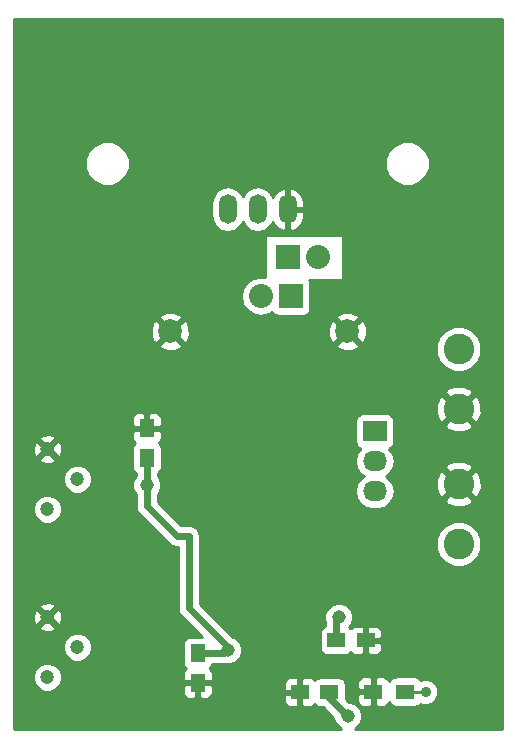
<source format=gbl>
G04 #@! TF.FileFunction,Copper,L2,Bot,Signal*
%FSLAX46Y46*%
G04 Gerber Fmt 4.6, Leading zero omitted, Abs format (unit mm)*
G04 Created by KiCad (PCBNEW (2015-01-29 BZR 5396)-product) date 2/26/2015 9:25:46 PM*
%MOMM*%
G01*
G04 APERTURE LIST*
%ADD10C,0.100000*%
%ADD11R,1.250000X1.500000*%
%ADD12R,1.500000X1.250000*%
%ADD13O,1.501140X2.499360*%
%ADD14C,1.998980*%
%ADD15R,1.500000X1.300000*%
%ADD16C,2.600000*%
%ADD17R,2.032000X1.727200*%
%ADD18O,2.032000X1.727200*%
%ADD19R,2.032000X2.032000*%
%ADD20O,2.032000X2.032000*%
%ADD21C,1.200000*%
%ADD22C,1.143000*%
%ADD23C,0.889000*%
%ADD24C,0.610000*%
%ADD25C,0.254000*%
G04 APERTURE END LIST*
D10*
D11*
X165608000Y-121940000D03*
X165608000Y-124440000D03*
X161290000Y-105390000D03*
X161290000Y-102890000D03*
D12*
X177324000Y-120842000D03*
X179824000Y-120842000D03*
X176764000Y-125222000D03*
X174264000Y-125222000D03*
D13*
X170688000Y-84328000D03*
X168148000Y-84328000D03*
X173228000Y-84328000D03*
D14*
X178280000Y-94680000D03*
X163280000Y-94680000D03*
D15*
X183184000Y-125172000D03*
X180484000Y-125172000D03*
D16*
X187698000Y-112680000D03*
X187698000Y-107600000D03*
X187698000Y-101250000D03*
X187698000Y-96170000D03*
D17*
X180594000Y-103124000D03*
D18*
X180594000Y-105664000D03*
X180594000Y-108204000D03*
D19*
X173482000Y-91694000D03*
D20*
X170942000Y-91694000D03*
D19*
X173228000Y-88392000D03*
D20*
X175768000Y-88392000D03*
D21*
X152882000Y-104646000D03*
X152882000Y-109726000D03*
X155422000Y-107186000D03*
X152882000Y-118870000D03*
X152882000Y-123950000D03*
X155422000Y-121410000D03*
D22*
X161290000Y-107696000D03*
X178308000Y-127254000D03*
X168148000Y-121666000D03*
X174752000Y-102870000D03*
X173990000Y-98552000D03*
X181356000Y-117094000D03*
X181356000Y-127000000D03*
X175006000Y-105410000D03*
X179324000Y-97282000D03*
X177546000Y-118872000D03*
D23*
X184912000Y-125222000D03*
D24*
X161290000Y-107696000D02*
X161290000Y-105390000D01*
X164846000Y-112014000D02*
X163830000Y-112014000D01*
X168148000Y-121412000D02*
X164846000Y-118110000D01*
X164846000Y-118110000D02*
X164846000Y-112014000D01*
X168148000Y-121666000D02*
X168148000Y-121412000D01*
X161290000Y-109474000D02*
X161290000Y-107696000D01*
X163830000Y-112014000D02*
X161290000Y-109474000D01*
X165608000Y-121940000D02*
X167874000Y-121940000D01*
X167874000Y-121940000D02*
X168148000Y-121666000D01*
X178308000Y-127254000D02*
X176764000Y-125710000D01*
X176764000Y-125710000D02*
X176764000Y-125222000D01*
X168148000Y-121666000D02*
X167874000Y-121940000D01*
X176784000Y-103632000D02*
X175006000Y-105410000D01*
X176784000Y-99822000D02*
X176784000Y-103632000D01*
X179324000Y-97282000D02*
X176784000Y-99822000D01*
X177324000Y-119094000D02*
X177324000Y-120842000D01*
X177546000Y-118872000D02*
X177324000Y-119094000D01*
D25*
X183184000Y-125172000D02*
X184862000Y-125172000D01*
X184862000Y-125172000D02*
X184912000Y-125222000D01*
G36*
X191339000Y-128315000D02*
X189642066Y-128315000D01*
X189642066Y-107936120D01*
X189642066Y-101586120D01*
X189633335Y-101238996D01*
X189633335Y-95786793D01*
X189339370Y-95075342D01*
X188795521Y-94530543D01*
X188084584Y-94235337D01*
X187314793Y-94234665D01*
X186603342Y-94528630D01*
X186058543Y-95072479D01*
X185763337Y-95783416D01*
X185762665Y-96553207D01*
X186056630Y-97264658D01*
X186600479Y-97809457D01*
X187311416Y-98104663D01*
X188081207Y-98105335D01*
X188792658Y-97811370D01*
X189337457Y-97267521D01*
X189632663Y-96556584D01*
X189633335Y-95786793D01*
X189633335Y-101238996D01*
X189622710Y-100816573D01*
X189365455Y-100195504D01*
X189067459Y-100060146D01*
X188887854Y-100239751D01*
X188887854Y-99880541D01*
X188752496Y-99582545D01*
X188034120Y-99305934D01*
X187264573Y-99325290D01*
X186643504Y-99582545D01*
X186508146Y-99880541D01*
X187698000Y-101070395D01*
X188887854Y-99880541D01*
X188887854Y-100239751D01*
X187877605Y-101250000D01*
X189067459Y-102439854D01*
X189365455Y-102304496D01*
X189642066Y-101586120D01*
X189642066Y-107936120D01*
X189622710Y-107166573D01*
X189365455Y-106545504D01*
X189067459Y-106410146D01*
X188887854Y-106589751D01*
X188887854Y-106230541D01*
X188887854Y-102619459D01*
X187698000Y-101429605D01*
X187518395Y-101609210D01*
X187518395Y-101250000D01*
X186328541Y-100060146D01*
X186030545Y-100195504D01*
X185753934Y-100913880D01*
X185773290Y-101683427D01*
X186030545Y-102304496D01*
X186328541Y-102439854D01*
X187518395Y-101250000D01*
X187518395Y-101609210D01*
X186508146Y-102619459D01*
X186643504Y-102917455D01*
X187361880Y-103194066D01*
X188131427Y-103174710D01*
X188752496Y-102917455D01*
X188887854Y-102619459D01*
X188887854Y-106230541D01*
X188752496Y-105932545D01*
X188034120Y-105655934D01*
X187264573Y-105675290D01*
X186643504Y-105932545D01*
X186508146Y-106230541D01*
X187698000Y-107420395D01*
X188887854Y-106230541D01*
X188887854Y-106589751D01*
X187877605Y-107600000D01*
X189067459Y-108789854D01*
X189365455Y-108654496D01*
X189642066Y-107936120D01*
X189642066Y-128315000D01*
X189633335Y-128315000D01*
X189633335Y-112296793D01*
X189339370Y-111585342D01*
X188887854Y-111133037D01*
X188887854Y-108969459D01*
X187698000Y-107779605D01*
X187518395Y-107959210D01*
X187518395Y-107600000D01*
X186328541Y-106410146D01*
X186030545Y-106545504D01*
X185753934Y-107263880D01*
X185773290Y-108033427D01*
X186030545Y-108654496D01*
X186328541Y-108789854D01*
X187518395Y-107600000D01*
X187518395Y-107959210D01*
X186508146Y-108969459D01*
X186643504Y-109267455D01*
X187361880Y-109544066D01*
X188131427Y-109524710D01*
X188752496Y-109267455D01*
X188887854Y-108969459D01*
X188887854Y-111133037D01*
X188795521Y-111040543D01*
X188084584Y-110745337D01*
X187314793Y-110744665D01*
X186603342Y-111038630D01*
X186058543Y-111582479D01*
X185763337Y-112293416D01*
X185762665Y-113063207D01*
X186056630Y-113774658D01*
X186600479Y-114319457D01*
X187311416Y-114614663D01*
X188081207Y-114615335D01*
X188792658Y-114321370D01*
X189337457Y-113777521D01*
X189632663Y-113066584D01*
X189633335Y-112296793D01*
X189633335Y-128315000D01*
X185991687Y-128315000D01*
X185991687Y-125008216D01*
X185827689Y-124611311D01*
X185524286Y-124307378D01*
X185245326Y-124191543D01*
X185245326Y-80090695D01*
X184958957Y-79397628D01*
X184429161Y-78866907D01*
X183736595Y-78579328D01*
X182986695Y-78578674D01*
X182293628Y-78865043D01*
X181762907Y-79394839D01*
X181475328Y-80087405D01*
X181474674Y-80837305D01*
X181761043Y-81530372D01*
X182290839Y-82061093D01*
X182983405Y-82348672D01*
X183733305Y-82349326D01*
X184426372Y-82062957D01*
X184957093Y-81533161D01*
X185244672Y-80840595D01*
X185245326Y-80090695D01*
X185245326Y-124191543D01*
X185127668Y-124142687D01*
X184698216Y-124142313D01*
X184498347Y-124224897D01*
X184394673Y-124067073D01*
X184183640Y-123924623D01*
X183934000Y-123874560D01*
X182434000Y-123874560D01*
X182277345Y-123904954D01*
X182277345Y-108204000D01*
X182163271Y-107630511D01*
X181838415Y-107144330D01*
X181523634Y-106934000D01*
X181838415Y-106723670D01*
X182163271Y-106237489D01*
X182277345Y-105664000D01*
X182163271Y-105090511D01*
X181838415Y-104604330D01*
X181822632Y-104593784D01*
X181852123Y-104588063D01*
X182064927Y-104448273D01*
X182207377Y-104237240D01*
X182257440Y-103987600D01*
X182257440Y-102260400D01*
X182210463Y-102018277D01*
X182070673Y-101805473D01*
X181859640Y-101663023D01*
X181610000Y-101612960D01*
X179925401Y-101612960D01*
X179925401Y-94944418D01*
X179901341Y-94294623D01*
X179698965Y-93806042D01*
X179432163Y-93707443D01*
X179252557Y-93887048D01*
X179252557Y-93527837D01*
X179153958Y-93261035D01*
X178544418Y-93034599D01*
X177927000Y-93057460D01*
X177927000Y-90297000D01*
X177927000Y-86487000D01*
X174613570Y-86487000D01*
X174613570Y-84954110D01*
X174613570Y-84455000D01*
X174613570Y-84201000D01*
X174613570Y-83701890D01*
X174459499Y-83181323D01*
X174117944Y-82759342D01*
X173640903Y-82500190D01*
X173569275Y-82486007D01*
X173355000Y-82608661D01*
X173355000Y-84201000D01*
X174613570Y-84201000D01*
X174613570Y-84455000D01*
X173355000Y-84455000D01*
X173355000Y-86047339D01*
X173569275Y-86169993D01*
X173640903Y-86155810D01*
X174117944Y-85896658D01*
X174459499Y-85474677D01*
X174613570Y-84954110D01*
X174613570Y-86487000D01*
X173101000Y-86487000D01*
X173101000Y-86047339D01*
X173101000Y-84455000D01*
X173081000Y-84455000D01*
X173081000Y-84201000D01*
X173101000Y-84201000D01*
X173101000Y-82608661D01*
X172886725Y-82486007D01*
X172815097Y-82500190D01*
X172338056Y-82759342D01*
X171996501Y-83181323D01*
X171969949Y-83271032D01*
X171968100Y-83261732D01*
X171667746Y-82812221D01*
X171218235Y-82511867D01*
X170688000Y-82406397D01*
X170157765Y-82511867D01*
X169708254Y-82812221D01*
X169418000Y-83246616D01*
X169127746Y-82812221D01*
X168678235Y-82511867D01*
X168148000Y-82406397D01*
X167617765Y-82511867D01*
X167168254Y-82812221D01*
X166867900Y-83261732D01*
X166762430Y-83791967D01*
X166762430Y-84864033D01*
X166867900Y-85394268D01*
X167168254Y-85843779D01*
X167617765Y-86144133D01*
X168148000Y-86249603D01*
X168678235Y-86144133D01*
X169127746Y-85843779D01*
X169418000Y-85409383D01*
X169708254Y-85843779D01*
X170157765Y-86144133D01*
X170688000Y-86249603D01*
X171218235Y-86144133D01*
X171667746Y-85843779D01*
X171968100Y-85394268D01*
X171969949Y-85384967D01*
X171996501Y-85474677D01*
X172338056Y-85896658D01*
X172815097Y-86155810D01*
X172886725Y-86169993D01*
X173101000Y-86047339D01*
X173101000Y-86487000D01*
X171323000Y-86487000D01*
X171323000Y-90112351D01*
X170974345Y-90043000D01*
X170909655Y-90043000D01*
X170277845Y-90168675D01*
X169742222Y-90526567D01*
X169384330Y-91062190D01*
X169258655Y-91694000D01*
X169384330Y-92325810D01*
X169742222Y-92861433D01*
X170277845Y-93219325D01*
X170909655Y-93345000D01*
X170974345Y-93345000D01*
X171606155Y-93219325D01*
X171908398Y-93017372D01*
X172005327Y-93164927D01*
X172216360Y-93307377D01*
X172466000Y-93357440D01*
X174498000Y-93357440D01*
X174740123Y-93310463D01*
X174952927Y-93170673D01*
X175095377Y-92959640D01*
X175145440Y-92710000D01*
X175145440Y-90678000D01*
X175098463Y-90435877D01*
X175007235Y-90297000D01*
X177927000Y-90297000D01*
X177927000Y-93057460D01*
X177894623Y-93058659D01*
X177406042Y-93261035D01*
X177307443Y-93527837D01*
X178280000Y-94500395D01*
X179252557Y-93527837D01*
X179252557Y-93887048D01*
X178459605Y-94680000D01*
X179432163Y-95652557D01*
X179698965Y-95553958D01*
X179925401Y-94944418D01*
X179925401Y-101612960D01*
X179578000Y-101612960D01*
X179335877Y-101659937D01*
X179252557Y-101714669D01*
X179252557Y-95832163D01*
X178280000Y-94859605D01*
X178100395Y-95039210D01*
X178100395Y-94680000D01*
X177127837Y-93707443D01*
X176861035Y-93806042D01*
X176634599Y-94415582D01*
X176658659Y-95065377D01*
X176861035Y-95553958D01*
X177127837Y-95652557D01*
X178100395Y-94680000D01*
X178100395Y-95039210D01*
X177307443Y-95832163D01*
X177406042Y-96098965D01*
X178015582Y-96325401D01*
X178665377Y-96301341D01*
X179153958Y-96098965D01*
X179252557Y-95832163D01*
X179252557Y-101714669D01*
X179123073Y-101799727D01*
X178980623Y-102010760D01*
X178930560Y-102260400D01*
X178930560Y-103987600D01*
X178977537Y-104229723D01*
X179117327Y-104442527D01*
X179328360Y-104584977D01*
X179366962Y-104592718D01*
X179349585Y-104604330D01*
X179024729Y-105090511D01*
X178910655Y-105664000D01*
X179024729Y-106237489D01*
X179349585Y-106723670D01*
X179664365Y-106934000D01*
X179349585Y-107144330D01*
X179024729Y-107630511D01*
X178910655Y-108204000D01*
X179024729Y-108777489D01*
X179349585Y-109263670D01*
X179835766Y-109588526D01*
X180409255Y-109702600D01*
X180778745Y-109702600D01*
X181352234Y-109588526D01*
X181838415Y-109263670D01*
X182163271Y-108777489D01*
X182277345Y-108204000D01*
X182277345Y-123904954D01*
X182191877Y-123921537D01*
X181979073Y-124061327D01*
X181836623Y-124272360D01*
X181830520Y-124302791D01*
X181772327Y-124162301D01*
X181593698Y-123983673D01*
X181360309Y-123887000D01*
X181209000Y-123887000D01*
X181209000Y-121593310D01*
X181209000Y-121340691D01*
X181209000Y-121127750D01*
X181209000Y-120556250D01*
X181209000Y-120343309D01*
X181209000Y-120090690D01*
X181112327Y-119857301D01*
X180933698Y-119678673D01*
X180700309Y-119582000D01*
X180109750Y-119582000D01*
X179951000Y-119740750D01*
X179951000Y-120715000D01*
X181050250Y-120715000D01*
X181209000Y-120556250D01*
X181209000Y-121127750D01*
X181050250Y-120969000D01*
X179951000Y-120969000D01*
X179951000Y-121943250D01*
X180109750Y-122102000D01*
X180700309Y-122102000D01*
X180933698Y-122005327D01*
X181112327Y-121826699D01*
X181209000Y-121593310D01*
X181209000Y-123887000D01*
X180769750Y-123887000D01*
X180611000Y-124045750D01*
X180611000Y-125045000D01*
X180631000Y-125045000D01*
X180631000Y-125299000D01*
X180611000Y-125299000D01*
X180611000Y-126298250D01*
X180769750Y-126457000D01*
X181360309Y-126457000D01*
X181593698Y-126360327D01*
X181772327Y-126181699D01*
X181829546Y-126043557D01*
X181833537Y-126064123D01*
X181973327Y-126276927D01*
X182184360Y-126419377D01*
X182434000Y-126469440D01*
X183934000Y-126469440D01*
X184176123Y-126422463D01*
X184388927Y-126282673D01*
X184446398Y-126197531D01*
X184696332Y-126301313D01*
X185125784Y-126301687D01*
X185522689Y-126137689D01*
X185826622Y-125834286D01*
X185991313Y-125437668D01*
X185991687Y-125008216D01*
X185991687Y-128315000D01*
X180357000Y-128315000D01*
X180357000Y-126298250D01*
X180357000Y-125299000D01*
X180357000Y-125045000D01*
X180357000Y-124045750D01*
X180198250Y-123887000D01*
X179697000Y-123887000D01*
X179697000Y-121943250D01*
X179697000Y-120969000D01*
X179677000Y-120969000D01*
X179677000Y-120715000D01*
X179697000Y-120715000D01*
X179697000Y-119740750D01*
X179538250Y-119582000D01*
X178947691Y-119582000D01*
X178714302Y-119678673D01*
X178572823Y-119820150D01*
X178534673Y-119762073D01*
X178431725Y-119692581D01*
X178568225Y-119556320D01*
X178752290Y-119113041D01*
X178752709Y-118633065D01*
X178569418Y-118189465D01*
X178230320Y-117849775D01*
X177787041Y-117665710D01*
X177307065Y-117665291D01*
X176863465Y-117848582D01*
X176523775Y-118187680D01*
X176339710Y-118630959D01*
X176339291Y-119110935D01*
X176384000Y-119219139D01*
X176384000Y-119606424D01*
X176331877Y-119616537D01*
X176119073Y-119756327D01*
X175976623Y-119967360D01*
X175926560Y-120217000D01*
X175926560Y-121467000D01*
X175973537Y-121709123D01*
X176113327Y-121921927D01*
X176324360Y-122064377D01*
X176574000Y-122114440D01*
X178074000Y-122114440D01*
X178316123Y-122067463D01*
X178528927Y-121927673D01*
X178572337Y-121863362D01*
X178714302Y-122005327D01*
X178947691Y-122102000D01*
X179538250Y-122102000D01*
X179697000Y-121943250D01*
X179697000Y-123887000D01*
X179607691Y-123887000D01*
X179374302Y-123983673D01*
X179195673Y-124162301D01*
X179099000Y-124395690D01*
X179099000Y-124648309D01*
X179099000Y-124886250D01*
X179257750Y-125045000D01*
X180357000Y-125045000D01*
X180357000Y-125299000D01*
X179257750Y-125299000D01*
X179099000Y-125457750D01*
X179099000Y-125695691D01*
X179099000Y-125948310D01*
X179195673Y-126181699D01*
X179374302Y-126360327D01*
X179607691Y-126457000D01*
X180198250Y-126457000D01*
X180357000Y-126298250D01*
X180357000Y-128315000D01*
X178899579Y-128315000D01*
X178990535Y-128277418D01*
X179330225Y-127938320D01*
X179514290Y-127495041D01*
X179514709Y-127015065D01*
X179331418Y-126571465D01*
X178992320Y-126231775D01*
X178549041Y-126047710D01*
X178430967Y-126047606D01*
X178161440Y-125778079D01*
X178161440Y-124597000D01*
X178114463Y-124354877D01*
X177974673Y-124142073D01*
X177763640Y-123999623D01*
X177514000Y-123949560D01*
X176014000Y-123949560D01*
X175771877Y-123996537D01*
X175559073Y-124136327D01*
X175515662Y-124200637D01*
X175373698Y-124058673D01*
X175140309Y-123962000D01*
X174549750Y-123962000D01*
X174391000Y-124120750D01*
X174391000Y-125095000D01*
X174411000Y-125095000D01*
X174411000Y-125349000D01*
X174391000Y-125349000D01*
X174391000Y-126323250D01*
X174549750Y-126482000D01*
X175140309Y-126482000D01*
X175373698Y-126385327D01*
X175515176Y-126243849D01*
X175553327Y-126301927D01*
X175764360Y-126444377D01*
X176014000Y-126494440D01*
X176219079Y-126494440D01*
X177101392Y-127376753D01*
X177101291Y-127492935D01*
X177284582Y-127936535D01*
X177623680Y-128276225D01*
X177717060Y-128315000D01*
X174137000Y-128315000D01*
X174137000Y-126323250D01*
X174137000Y-125349000D01*
X174137000Y-125095000D01*
X174137000Y-124120750D01*
X173978250Y-123962000D01*
X173387691Y-123962000D01*
X173154302Y-124058673D01*
X172975673Y-124237301D01*
X172879000Y-124470690D01*
X172879000Y-124723309D01*
X172879000Y-124936250D01*
X173037750Y-125095000D01*
X174137000Y-125095000D01*
X174137000Y-125349000D01*
X173037750Y-125349000D01*
X172879000Y-125507750D01*
X172879000Y-125720691D01*
X172879000Y-125973310D01*
X172975673Y-126206699D01*
X173154302Y-126385327D01*
X173387691Y-126482000D01*
X173978250Y-126482000D01*
X174137000Y-126323250D01*
X174137000Y-128315000D01*
X169354709Y-128315000D01*
X169354709Y-121427065D01*
X169171418Y-120983465D01*
X168832320Y-120643775D01*
X168621664Y-120556303D01*
X165786000Y-117720639D01*
X165786000Y-112014000D01*
X165714447Y-111654278D01*
X165510680Y-111349320D01*
X165205722Y-111145553D01*
X164925401Y-111089793D01*
X164925401Y-94944418D01*
X164901341Y-94294623D01*
X164698965Y-93806042D01*
X164432163Y-93707443D01*
X164252557Y-93887048D01*
X164252557Y-93527837D01*
X164153958Y-93261035D01*
X163544418Y-93034599D01*
X162894623Y-93058659D01*
X162406042Y-93261035D01*
X162307443Y-93527837D01*
X163280000Y-94500395D01*
X164252557Y-93527837D01*
X164252557Y-93887048D01*
X163459605Y-94680000D01*
X164432163Y-95652557D01*
X164698965Y-95553958D01*
X164925401Y-94944418D01*
X164925401Y-111089793D01*
X164846000Y-111074000D01*
X164252557Y-111074000D01*
X164252557Y-95832163D01*
X163280000Y-94859605D01*
X163100395Y-95039210D01*
X163100395Y-94680000D01*
X162127837Y-93707443D01*
X161861035Y-93806042D01*
X161634599Y-94415582D01*
X161658659Y-95065377D01*
X161861035Y-95553958D01*
X162127837Y-95652557D01*
X163100395Y-94680000D01*
X163100395Y-95039210D01*
X162307443Y-95832163D01*
X162406042Y-96098965D01*
X163015582Y-96325401D01*
X163665377Y-96301341D01*
X164153958Y-96098965D01*
X164252557Y-95832163D01*
X164252557Y-111074000D01*
X164219360Y-111074000D01*
X162230000Y-109084639D01*
X162230000Y-108462401D01*
X162312225Y-108380320D01*
X162496290Y-107937041D01*
X162496709Y-107457065D01*
X162313418Y-107013465D01*
X162230000Y-106929901D01*
X162230000Y-106692590D01*
X162369927Y-106600673D01*
X162512377Y-106389640D01*
X162562440Y-106140000D01*
X162562440Y-104640000D01*
X162515463Y-104397877D01*
X162375673Y-104185073D01*
X162311362Y-104141662D01*
X162453327Y-103999698D01*
X162550000Y-103766309D01*
X162550000Y-103175750D01*
X162550000Y-102604250D01*
X162550000Y-102013691D01*
X162453327Y-101780302D01*
X162274699Y-101601673D01*
X162041310Y-101505000D01*
X161788691Y-101505000D01*
X161575750Y-101505000D01*
X161417000Y-101663750D01*
X161417000Y-102763000D01*
X162391250Y-102763000D01*
X162550000Y-102604250D01*
X162550000Y-103175750D01*
X162391250Y-103017000D01*
X161417000Y-103017000D01*
X161417000Y-103037000D01*
X161163000Y-103037000D01*
X161163000Y-103017000D01*
X161163000Y-102763000D01*
X161163000Y-101663750D01*
X161004250Y-101505000D01*
X160791309Y-101505000D01*
X160538690Y-101505000D01*
X160305301Y-101601673D01*
X160126673Y-101780302D01*
X160030000Y-102013691D01*
X160030000Y-102604250D01*
X160188750Y-102763000D01*
X161163000Y-102763000D01*
X161163000Y-103017000D01*
X160188750Y-103017000D01*
X160030000Y-103175750D01*
X160030000Y-103766309D01*
X160126673Y-103999698D01*
X160268150Y-104141176D01*
X160210073Y-104179327D01*
X160067623Y-104390360D01*
X160017560Y-104640000D01*
X160017560Y-106140000D01*
X160064537Y-106382123D01*
X160204327Y-106594927D01*
X160350000Y-106693258D01*
X160350000Y-106929598D01*
X160267775Y-107011680D01*
X160083710Y-107454959D01*
X160083291Y-107934935D01*
X160266582Y-108378535D01*
X160350000Y-108462098D01*
X160350000Y-109474000D01*
X160409681Y-109774041D01*
X160421553Y-109833723D01*
X160625320Y-110138680D01*
X163165319Y-112678680D01*
X163165320Y-112678680D01*
X163369086Y-112814832D01*
X163470277Y-112882446D01*
X163470278Y-112882447D01*
X163830000Y-112954000D01*
X163906000Y-112954000D01*
X163906000Y-118110000D01*
X163965681Y-118410041D01*
X163977553Y-118469723D01*
X164181320Y-118774680D01*
X165949199Y-120542560D01*
X164983000Y-120542560D01*
X164740877Y-120589537D01*
X164528073Y-120729327D01*
X164385623Y-120940360D01*
X164335560Y-121190000D01*
X164335560Y-122690000D01*
X164382537Y-122932123D01*
X164522327Y-123144927D01*
X164586637Y-123188337D01*
X164444673Y-123330302D01*
X164348000Y-123563691D01*
X164348000Y-124154250D01*
X164506750Y-124313000D01*
X165481000Y-124313000D01*
X165481000Y-124293000D01*
X165735000Y-124293000D01*
X165735000Y-124313000D01*
X166709250Y-124313000D01*
X166868000Y-124154250D01*
X166868000Y-123563691D01*
X166771327Y-123330302D01*
X166629849Y-123188823D01*
X166687927Y-123150673D01*
X166830377Y-122939640D01*
X166842337Y-122880000D01*
X167874000Y-122880000D01*
X167874000Y-122879999D01*
X167912731Y-122872295D01*
X167912735Y-122872295D01*
X168386935Y-122872709D01*
X168830535Y-122689418D01*
X169170225Y-122350320D01*
X169354290Y-121907041D01*
X169354709Y-121427065D01*
X169354709Y-128315000D01*
X166868000Y-128315000D01*
X166868000Y-125316309D01*
X166868000Y-124725750D01*
X166709250Y-124567000D01*
X165735000Y-124567000D01*
X165735000Y-125666250D01*
X165893750Y-125825000D01*
X166106691Y-125825000D01*
X166359310Y-125825000D01*
X166592699Y-125728327D01*
X166771327Y-125549698D01*
X166868000Y-125316309D01*
X166868000Y-128315000D01*
X165481000Y-128315000D01*
X165481000Y-125666250D01*
X165481000Y-124567000D01*
X164506750Y-124567000D01*
X164348000Y-124725750D01*
X164348000Y-125316309D01*
X164444673Y-125549698D01*
X164623301Y-125728327D01*
X164856690Y-125825000D01*
X165109309Y-125825000D01*
X165322250Y-125825000D01*
X165481000Y-125666250D01*
X165481000Y-128315000D01*
X159845326Y-128315000D01*
X159845326Y-80090695D01*
X159558957Y-79397628D01*
X159029161Y-78866907D01*
X158336595Y-78579328D01*
X157586695Y-78578674D01*
X156893628Y-78865043D01*
X156362907Y-79394839D01*
X156075328Y-80087405D01*
X156074674Y-80837305D01*
X156361043Y-81530372D01*
X156890839Y-82061093D01*
X157583405Y-82348672D01*
X158333305Y-82349326D01*
X159026372Y-82062957D01*
X159557093Y-81533161D01*
X159844672Y-80840595D01*
X159845326Y-80090695D01*
X159845326Y-128315000D01*
X156657214Y-128315000D01*
X156657214Y-121165421D01*
X156657214Y-106941421D01*
X156469592Y-106487343D01*
X156122485Y-106139629D01*
X155668734Y-105951215D01*
X155177421Y-105950786D01*
X154723343Y-106138408D01*
X154375629Y-106485515D01*
X154187215Y-106939266D01*
X154186786Y-107430579D01*
X154374408Y-107884657D01*
X154721515Y-108232371D01*
X155175266Y-108420785D01*
X155666579Y-108421214D01*
X156120657Y-108233592D01*
X156468371Y-107886485D01*
X156656785Y-107432734D01*
X156657214Y-106941421D01*
X156657214Y-121165421D01*
X156469592Y-120711343D01*
X156122485Y-120363629D01*
X155668734Y-120175215D01*
X155177421Y-120174786D01*
X154723343Y-120362408D01*
X154375629Y-120709515D01*
X154187215Y-121163266D01*
X154186786Y-121654579D01*
X154374408Y-122108657D01*
X154721515Y-122456371D01*
X155175266Y-122644785D01*
X155666579Y-122645214D01*
X156120657Y-122457592D01*
X156468371Y-122110485D01*
X156656785Y-121656734D01*
X156657214Y-121165421D01*
X156657214Y-128315000D01*
X154129807Y-128315000D01*
X154129807Y-119038964D01*
X154129807Y-104814964D01*
X154099482Y-104324587D01*
X153970164Y-104012383D01*
X153744735Y-103962870D01*
X153565130Y-104142475D01*
X153565130Y-103783265D01*
X153515617Y-103557836D01*
X153050964Y-103398193D01*
X152560587Y-103428518D01*
X152248383Y-103557836D01*
X152198870Y-103783265D01*
X152882000Y-104466395D01*
X153565130Y-103783265D01*
X153565130Y-104142475D01*
X153061605Y-104646000D01*
X153744735Y-105329130D01*
X153970164Y-105279617D01*
X154129807Y-104814964D01*
X154129807Y-119038964D01*
X154117214Y-118835326D01*
X154117214Y-109481421D01*
X153929592Y-109027343D01*
X153582485Y-108679629D01*
X153565130Y-108672422D01*
X153565130Y-105508735D01*
X152882000Y-104825605D01*
X152702395Y-105005210D01*
X152702395Y-104646000D01*
X152019265Y-103962870D01*
X151793836Y-104012383D01*
X151634193Y-104477036D01*
X151664518Y-104967413D01*
X151793836Y-105279617D01*
X152019265Y-105329130D01*
X152702395Y-104646000D01*
X152702395Y-105005210D01*
X152198870Y-105508735D01*
X152248383Y-105734164D01*
X152713036Y-105893807D01*
X153203413Y-105863482D01*
X153515617Y-105734164D01*
X153565130Y-105508735D01*
X153565130Y-108672422D01*
X153128734Y-108491215D01*
X152637421Y-108490786D01*
X152183343Y-108678408D01*
X151835629Y-109025515D01*
X151647215Y-109479266D01*
X151646786Y-109970579D01*
X151834408Y-110424657D01*
X152181515Y-110772371D01*
X152635266Y-110960785D01*
X153126579Y-110961214D01*
X153580657Y-110773592D01*
X153928371Y-110426485D01*
X154116785Y-109972734D01*
X154117214Y-109481421D01*
X154117214Y-118835326D01*
X154099482Y-118548587D01*
X153970164Y-118236383D01*
X153744735Y-118186870D01*
X153565130Y-118366475D01*
X153565130Y-118007265D01*
X153515617Y-117781836D01*
X153050964Y-117622193D01*
X152560587Y-117652518D01*
X152248383Y-117781836D01*
X152198870Y-118007265D01*
X152882000Y-118690395D01*
X153565130Y-118007265D01*
X153565130Y-118366475D01*
X153061605Y-118870000D01*
X153744735Y-119553130D01*
X153970164Y-119503617D01*
X154129807Y-119038964D01*
X154129807Y-128315000D01*
X154117214Y-128315000D01*
X154117214Y-123705421D01*
X153929592Y-123251343D01*
X153582485Y-122903629D01*
X153565130Y-122896422D01*
X153565130Y-119732735D01*
X152882000Y-119049605D01*
X152702395Y-119229210D01*
X152702395Y-118870000D01*
X152019265Y-118186870D01*
X151793836Y-118236383D01*
X151634193Y-118701036D01*
X151664518Y-119191413D01*
X151793836Y-119503617D01*
X152019265Y-119553130D01*
X152702395Y-118870000D01*
X152702395Y-119229210D01*
X152198870Y-119732735D01*
X152248383Y-119958164D01*
X152713036Y-120117807D01*
X153203413Y-120087482D01*
X153515617Y-119958164D01*
X153565130Y-119732735D01*
X153565130Y-122896422D01*
X153128734Y-122715215D01*
X152637421Y-122714786D01*
X152183343Y-122902408D01*
X151835629Y-123249515D01*
X151647215Y-123703266D01*
X151646786Y-124194579D01*
X151834408Y-124648657D01*
X152181515Y-124996371D01*
X152635266Y-125184785D01*
X153126579Y-125185214D01*
X153580657Y-124997592D01*
X153928371Y-124650485D01*
X154116785Y-124196734D01*
X154117214Y-123705421D01*
X154117214Y-128315000D01*
X150037000Y-128315000D01*
X150037000Y-68249000D01*
X191339000Y-68249000D01*
X191339000Y-128315000D01*
X191339000Y-128315000D01*
G37*
X191339000Y-128315000D02*
X189642066Y-128315000D01*
X189642066Y-107936120D01*
X189642066Y-101586120D01*
X189633335Y-101238996D01*
X189633335Y-95786793D01*
X189339370Y-95075342D01*
X188795521Y-94530543D01*
X188084584Y-94235337D01*
X187314793Y-94234665D01*
X186603342Y-94528630D01*
X186058543Y-95072479D01*
X185763337Y-95783416D01*
X185762665Y-96553207D01*
X186056630Y-97264658D01*
X186600479Y-97809457D01*
X187311416Y-98104663D01*
X188081207Y-98105335D01*
X188792658Y-97811370D01*
X189337457Y-97267521D01*
X189632663Y-96556584D01*
X189633335Y-95786793D01*
X189633335Y-101238996D01*
X189622710Y-100816573D01*
X189365455Y-100195504D01*
X189067459Y-100060146D01*
X188887854Y-100239751D01*
X188887854Y-99880541D01*
X188752496Y-99582545D01*
X188034120Y-99305934D01*
X187264573Y-99325290D01*
X186643504Y-99582545D01*
X186508146Y-99880541D01*
X187698000Y-101070395D01*
X188887854Y-99880541D01*
X188887854Y-100239751D01*
X187877605Y-101250000D01*
X189067459Y-102439854D01*
X189365455Y-102304496D01*
X189642066Y-101586120D01*
X189642066Y-107936120D01*
X189622710Y-107166573D01*
X189365455Y-106545504D01*
X189067459Y-106410146D01*
X188887854Y-106589751D01*
X188887854Y-106230541D01*
X188887854Y-102619459D01*
X187698000Y-101429605D01*
X187518395Y-101609210D01*
X187518395Y-101250000D01*
X186328541Y-100060146D01*
X186030545Y-100195504D01*
X185753934Y-100913880D01*
X185773290Y-101683427D01*
X186030545Y-102304496D01*
X186328541Y-102439854D01*
X187518395Y-101250000D01*
X187518395Y-101609210D01*
X186508146Y-102619459D01*
X186643504Y-102917455D01*
X187361880Y-103194066D01*
X188131427Y-103174710D01*
X188752496Y-102917455D01*
X188887854Y-102619459D01*
X188887854Y-106230541D01*
X188752496Y-105932545D01*
X188034120Y-105655934D01*
X187264573Y-105675290D01*
X186643504Y-105932545D01*
X186508146Y-106230541D01*
X187698000Y-107420395D01*
X188887854Y-106230541D01*
X188887854Y-106589751D01*
X187877605Y-107600000D01*
X189067459Y-108789854D01*
X189365455Y-108654496D01*
X189642066Y-107936120D01*
X189642066Y-128315000D01*
X189633335Y-128315000D01*
X189633335Y-112296793D01*
X189339370Y-111585342D01*
X188887854Y-111133037D01*
X188887854Y-108969459D01*
X187698000Y-107779605D01*
X187518395Y-107959210D01*
X187518395Y-107600000D01*
X186328541Y-106410146D01*
X186030545Y-106545504D01*
X185753934Y-107263880D01*
X185773290Y-108033427D01*
X186030545Y-108654496D01*
X186328541Y-108789854D01*
X187518395Y-107600000D01*
X187518395Y-107959210D01*
X186508146Y-108969459D01*
X186643504Y-109267455D01*
X187361880Y-109544066D01*
X188131427Y-109524710D01*
X188752496Y-109267455D01*
X188887854Y-108969459D01*
X188887854Y-111133037D01*
X188795521Y-111040543D01*
X188084584Y-110745337D01*
X187314793Y-110744665D01*
X186603342Y-111038630D01*
X186058543Y-111582479D01*
X185763337Y-112293416D01*
X185762665Y-113063207D01*
X186056630Y-113774658D01*
X186600479Y-114319457D01*
X187311416Y-114614663D01*
X188081207Y-114615335D01*
X188792658Y-114321370D01*
X189337457Y-113777521D01*
X189632663Y-113066584D01*
X189633335Y-112296793D01*
X189633335Y-128315000D01*
X185991687Y-128315000D01*
X185991687Y-125008216D01*
X185827689Y-124611311D01*
X185524286Y-124307378D01*
X185245326Y-124191543D01*
X185245326Y-80090695D01*
X184958957Y-79397628D01*
X184429161Y-78866907D01*
X183736595Y-78579328D01*
X182986695Y-78578674D01*
X182293628Y-78865043D01*
X181762907Y-79394839D01*
X181475328Y-80087405D01*
X181474674Y-80837305D01*
X181761043Y-81530372D01*
X182290839Y-82061093D01*
X182983405Y-82348672D01*
X183733305Y-82349326D01*
X184426372Y-82062957D01*
X184957093Y-81533161D01*
X185244672Y-80840595D01*
X185245326Y-80090695D01*
X185245326Y-124191543D01*
X185127668Y-124142687D01*
X184698216Y-124142313D01*
X184498347Y-124224897D01*
X184394673Y-124067073D01*
X184183640Y-123924623D01*
X183934000Y-123874560D01*
X182434000Y-123874560D01*
X182277345Y-123904954D01*
X182277345Y-108204000D01*
X182163271Y-107630511D01*
X181838415Y-107144330D01*
X181523634Y-106934000D01*
X181838415Y-106723670D01*
X182163271Y-106237489D01*
X182277345Y-105664000D01*
X182163271Y-105090511D01*
X181838415Y-104604330D01*
X181822632Y-104593784D01*
X181852123Y-104588063D01*
X182064927Y-104448273D01*
X182207377Y-104237240D01*
X182257440Y-103987600D01*
X182257440Y-102260400D01*
X182210463Y-102018277D01*
X182070673Y-101805473D01*
X181859640Y-101663023D01*
X181610000Y-101612960D01*
X179925401Y-101612960D01*
X179925401Y-94944418D01*
X179901341Y-94294623D01*
X179698965Y-93806042D01*
X179432163Y-93707443D01*
X179252557Y-93887048D01*
X179252557Y-93527837D01*
X179153958Y-93261035D01*
X178544418Y-93034599D01*
X177927000Y-93057460D01*
X177927000Y-90297000D01*
X177927000Y-86487000D01*
X174613570Y-86487000D01*
X174613570Y-84954110D01*
X174613570Y-84455000D01*
X174613570Y-84201000D01*
X174613570Y-83701890D01*
X174459499Y-83181323D01*
X174117944Y-82759342D01*
X173640903Y-82500190D01*
X173569275Y-82486007D01*
X173355000Y-82608661D01*
X173355000Y-84201000D01*
X174613570Y-84201000D01*
X174613570Y-84455000D01*
X173355000Y-84455000D01*
X173355000Y-86047339D01*
X173569275Y-86169993D01*
X173640903Y-86155810D01*
X174117944Y-85896658D01*
X174459499Y-85474677D01*
X174613570Y-84954110D01*
X174613570Y-86487000D01*
X173101000Y-86487000D01*
X173101000Y-86047339D01*
X173101000Y-84455000D01*
X173081000Y-84455000D01*
X173081000Y-84201000D01*
X173101000Y-84201000D01*
X173101000Y-82608661D01*
X172886725Y-82486007D01*
X172815097Y-82500190D01*
X172338056Y-82759342D01*
X171996501Y-83181323D01*
X171969949Y-83271032D01*
X171968100Y-83261732D01*
X171667746Y-82812221D01*
X171218235Y-82511867D01*
X170688000Y-82406397D01*
X170157765Y-82511867D01*
X169708254Y-82812221D01*
X169418000Y-83246616D01*
X169127746Y-82812221D01*
X168678235Y-82511867D01*
X168148000Y-82406397D01*
X167617765Y-82511867D01*
X167168254Y-82812221D01*
X166867900Y-83261732D01*
X166762430Y-83791967D01*
X166762430Y-84864033D01*
X166867900Y-85394268D01*
X167168254Y-85843779D01*
X167617765Y-86144133D01*
X168148000Y-86249603D01*
X168678235Y-86144133D01*
X169127746Y-85843779D01*
X169418000Y-85409383D01*
X169708254Y-85843779D01*
X170157765Y-86144133D01*
X170688000Y-86249603D01*
X171218235Y-86144133D01*
X171667746Y-85843779D01*
X171968100Y-85394268D01*
X171969949Y-85384967D01*
X171996501Y-85474677D01*
X172338056Y-85896658D01*
X172815097Y-86155810D01*
X172886725Y-86169993D01*
X173101000Y-86047339D01*
X173101000Y-86487000D01*
X171323000Y-86487000D01*
X171323000Y-90112351D01*
X170974345Y-90043000D01*
X170909655Y-90043000D01*
X170277845Y-90168675D01*
X169742222Y-90526567D01*
X169384330Y-91062190D01*
X169258655Y-91694000D01*
X169384330Y-92325810D01*
X169742222Y-92861433D01*
X170277845Y-93219325D01*
X170909655Y-93345000D01*
X170974345Y-93345000D01*
X171606155Y-93219325D01*
X171908398Y-93017372D01*
X172005327Y-93164927D01*
X172216360Y-93307377D01*
X172466000Y-93357440D01*
X174498000Y-93357440D01*
X174740123Y-93310463D01*
X174952927Y-93170673D01*
X175095377Y-92959640D01*
X175145440Y-92710000D01*
X175145440Y-90678000D01*
X175098463Y-90435877D01*
X175007235Y-90297000D01*
X177927000Y-90297000D01*
X177927000Y-93057460D01*
X177894623Y-93058659D01*
X177406042Y-93261035D01*
X177307443Y-93527837D01*
X178280000Y-94500395D01*
X179252557Y-93527837D01*
X179252557Y-93887048D01*
X178459605Y-94680000D01*
X179432163Y-95652557D01*
X179698965Y-95553958D01*
X179925401Y-94944418D01*
X179925401Y-101612960D01*
X179578000Y-101612960D01*
X179335877Y-101659937D01*
X179252557Y-101714669D01*
X179252557Y-95832163D01*
X178280000Y-94859605D01*
X178100395Y-95039210D01*
X178100395Y-94680000D01*
X177127837Y-93707443D01*
X176861035Y-93806042D01*
X176634599Y-94415582D01*
X176658659Y-95065377D01*
X176861035Y-95553958D01*
X177127837Y-95652557D01*
X178100395Y-94680000D01*
X178100395Y-95039210D01*
X177307443Y-95832163D01*
X177406042Y-96098965D01*
X178015582Y-96325401D01*
X178665377Y-96301341D01*
X179153958Y-96098965D01*
X179252557Y-95832163D01*
X179252557Y-101714669D01*
X179123073Y-101799727D01*
X178980623Y-102010760D01*
X178930560Y-102260400D01*
X178930560Y-103987600D01*
X178977537Y-104229723D01*
X179117327Y-104442527D01*
X179328360Y-104584977D01*
X179366962Y-104592718D01*
X179349585Y-104604330D01*
X179024729Y-105090511D01*
X178910655Y-105664000D01*
X179024729Y-106237489D01*
X179349585Y-106723670D01*
X179664365Y-106934000D01*
X179349585Y-107144330D01*
X179024729Y-107630511D01*
X178910655Y-108204000D01*
X179024729Y-108777489D01*
X179349585Y-109263670D01*
X179835766Y-109588526D01*
X180409255Y-109702600D01*
X180778745Y-109702600D01*
X181352234Y-109588526D01*
X181838415Y-109263670D01*
X182163271Y-108777489D01*
X182277345Y-108204000D01*
X182277345Y-123904954D01*
X182191877Y-123921537D01*
X181979073Y-124061327D01*
X181836623Y-124272360D01*
X181830520Y-124302791D01*
X181772327Y-124162301D01*
X181593698Y-123983673D01*
X181360309Y-123887000D01*
X181209000Y-123887000D01*
X181209000Y-121593310D01*
X181209000Y-121340691D01*
X181209000Y-121127750D01*
X181209000Y-120556250D01*
X181209000Y-120343309D01*
X181209000Y-120090690D01*
X181112327Y-119857301D01*
X180933698Y-119678673D01*
X180700309Y-119582000D01*
X180109750Y-119582000D01*
X179951000Y-119740750D01*
X179951000Y-120715000D01*
X181050250Y-120715000D01*
X181209000Y-120556250D01*
X181209000Y-121127750D01*
X181050250Y-120969000D01*
X179951000Y-120969000D01*
X179951000Y-121943250D01*
X180109750Y-122102000D01*
X180700309Y-122102000D01*
X180933698Y-122005327D01*
X181112327Y-121826699D01*
X181209000Y-121593310D01*
X181209000Y-123887000D01*
X180769750Y-123887000D01*
X180611000Y-124045750D01*
X180611000Y-125045000D01*
X180631000Y-125045000D01*
X180631000Y-125299000D01*
X180611000Y-125299000D01*
X180611000Y-126298250D01*
X180769750Y-126457000D01*
X181360309Y-126457000D01*
X181593698Y-126360327D01*
X181772327Y-126181699D01*
X181829546Y-126043557D01*
X181833537Y-126064123D01*
X181973327Y-126276927D01*
X182184360Y-126419377D01*
X182434000Y-126469440D01*
X183934000Y-126469440D01*
X184176123Y-126422463D01*
X184388927Y-126282673D01*
X184446398Y-126197531D01*
X184696332Y-126301313D01*
X185125784Y-126301687D01*
X185522689Y-126137689D01*
X185826622Y-125834286D01*
X185991313Y-125437668D01*
X185991687Y-125008216D01*
X185991687Y-128315000D01*
X180357000Y-128315000D01*
X180357000Y-126298250D01*
X180357000Y-125299000D01*
X180357000Y-125045000D01*
X180357000Y-124045750D01*
X180198250Y-123887000D01*
X179697000Y-123887000D01*
X179697000Y-121943250D01*
X179697000Y-120969000D01*
X179677000Y-120969000D01*
X179677000Y-120715000D01*
X179697000Y-120715000D01*
X179697000Y-119740750D01*
X179538250Y-119582000D01*
X178947691Y-119582000D01*
X178714302Y-119678673D01*
X178572823Y-119820150D01*
X178534673Y-119762073D01*
X178431725Y-119692581D01*
X178568225Y-119556320D01*
X178752290Y-119113041D01*
X178752709Y-118633065D01*
X178569418Y-118189465D01*
X178230320Y-117849775D01*
X177787041Y-117665710D01*
X177307065Y-117665291D01*
X176863465Y-117848582D01*
X176523775Y-118187680D01*
X176339710Y-118630959D01*
X176339291Y-119110935D01*
X176384000Y-119219139D01*
X176384000Y-119606424D01*
X176331877Y-119616537D01*
X176119073Y-119756327D01*
X175976623Y-119967360D01*
X175926560Y-120217000D01*
X175926560Y-121467000D01*
X175973537Y-121709123D01*
X176113327Y-121921927D01*
X176324360Y-122064377D01*
X176574000Y-122114440D01*
X178074000Y-122114440D01*
X178316123Y-122067463D01*
X178528927Y-121927673D01*
X178572337Y-121863362D01*
X178714302Y-122005327D01*
X178947691Y-122102000D01*
X179538250Y-122102000D01*
X179697000Y-121943250D01*
X179697000Y-123887000D01*
X179607691Y-123887000D01*
X179374302Y-123983673D01*
X179195673Y-124162301D01*
X179099000Y-124395690D01*
X179099000Y-124648309D01*
X179099000Y-124886250D01*
X179257750Y-125045000D01*
X180357000Y-125045000D01*
X180357000Y-125299000D01*
X179257750Y-125299000D01*
X179099000Y-125457750D01*
X179099000Y-125695691D01*
X179099000Y-125948310D01*
X179195673Y-126181699D01*
X179374302Y-126360327D01*
X179607691Y-126457000D01*
X180198250Y-126457000D01*
X180357000Y-126298250D01*
X180357000Y-128315000D01*
X178899579Y-128315000D01*
X178990535Y-128277418D01*
X179330225Y-127938320D01*
X179514290Y-127495041D01*
X179514709Y-127015065D01*
X179331418Y-126571465D01*
X178992320Y-126231775D01*
X178549041Y-126047710D01*
X178430967Y-126047606D01*
X178161440Y-125778079D01*
X178161440Y-124597000D01*
X178114463Y-124354877D01*
X177974673Y-124142073D01*
X177763640Y-123999623D01*
X177514000Y-123949560D01*
X176014000Y-123949560D01*
X175771877Y-123996537D01*
X175559073Y-124136327D01*
X175515662Y-124200637D01*
X175373698Y-124058673D01*
X175140309Y-123962000D01*
X174549750Y-123962000D01*
X174391000Y-124120750D01*
X174391000Y-125095000D01*
X174411000Y-125095000D01*
X174411000Y-125349000D01*
X174391000Y-125349000D01*
X174391000Y-126323250D01*
X174549750Y-126482000D01*
X175140309Y-126482000D01*
X175373698Y-126385327D01*
X175515176Y-126243849D01*
X175553327Y-126301927D01*
X175764360Y-126444377D01*
X176014000Y-126494440D01*
X176219079Y-126494440D01*
X177101392Y-127376753D01*
X177101291Y-127492935D01*
X177284582Y-127936535D01*
X177623680Y-128276225D01*
X177717060Y-128315000D01*
X174137000Y-128315000D01*
X174137000Y-126323250D01*
X174137000Y-125349000D01*
X174137000Y-125095000D01*
X174137000Y-124120750D01*
X173978250Y-123962000D01*
X173387691Y-123962000D01*
X173154302Y-124058673D01*
X172975673Y-124237301D01*
X172879000Y-124470690D01*
X172879000Y-124723309D01*
X172879000Y-124936250D01*
X173037750Y-125095000D01*
X174137000Y-125095000D01*
X174137000Y-125349000D01*
X173037750Y-125349000D01*
X172879000Y-125507750D01*
X172879000Y-125720691D01*
X172879000Y-125973310D01*
X172975673Y-126206699D01*
X173154302Y-126385327D01*
X173387691Y-126482000D01*
X173978250Y-126482000D01*
X174137000Y-126323250D01*
X174137000Y-128315000D01*
X169354709Y-128315000D01*
X169354709Y-121427065D01*
X169171418Y-120983465D01*
X168832320Y-120643775D01*
X168621664Y-120556303D01*
X165786000Y-117720639D01*
X165786000Y-112014000D01*
X165714447Y-111654278D01*
X165510680Y-111349320D01*
X165205722Y-111145553D01*
X164925401Y-111089793D01*
X164925401Y-94944418D01*
X164901341Y-94294623D01*
X164698965Y-93806042D01*
X164432163Y-93707443D01*
X164252557Y-93887048D01*
X164252557Y-93527837D01*
X164153958Y-93261035D01*
X163544418Y-93034599D01*
X162894623Y-93058659D01*
X162406042Y-93261035D01*
X162307443Y-93527837D01*
X163280000Y-94500395D01*
X164252557Y-93527837D01*
X164252557Y-93887048D01*
X163459605Y-94680000D01*
X164432163Y-95652557D01*
X164698965Y-95553958D01*
X164925401Y-94944418D01*
X164925401Y-111089793D01*
X164846000Y-111074000D01*
X164252557Y-111074000D01*
X164252557Y-95832163D01*
X163280000Y-94859605D01*
X163100395Y-95039210D01*
X163100395Y-94680000D01*
X162127837Y-93707443D01*
X161861035Y-93806042D01*
X161634599Y-94415582D01*
X161658659Y-95065377D01*
X161861035Y-95553958D01*
X162127837Y-95652557D01*
X163100395Y-94680000D01*
X163100395Y-95039210D01*
X162307443Y-95832163D01*
X162406042Y-96098965D01*
X163015582Y-96325401D01*
X163665377Y-96301341D01*
X164153958Y-96098965D01*
X164252557Y-95832163D01*
X164252557Y-111074000D01*
X164219360Y-111074000D01*
X162230000Y-109084639D01*
X162230000Y-108462401D01*
X162312225Y-108380320D01*
X162496290Y-107937041D01*
X162496709Y-107457065D01*
X162313418Y-107013465D01*
X162230000Y-106929901D01*
X162230000Y-106692590D01*
X162369927Y-106600673D01*
X162512377Y-106389640D01*
X162562440Y-106140000D01*
X162562440Y-104640000D01*
X162515463Y-104397877D01*
X162375673Y-104185073D01*
X162311362Y-104141662D01*
X162453327Y-103999698D01*
X162550000Y-103766309D01*
X162550000Y-103175750D01*
X162550000Y-102604250D01*
X162550000Y-102013691D01*
X162453327Y-101780302D01*
X162274699Y-101601673D01*
X162041310Y-101505000D01*
X161788691Y-101505000D01*
X161575750Y-101505000D01*
X161417000Y-101663750D01*
X161417000Y-102763000D01*
X162391250Y-102763000D01*
X162550000Y-102604250D01*
X162550000Y-103175750D01*
X162391250Y-103017000D01*
X161417000Y-103017000D01*
X161417000Y-103037000D01*
X161163000Y-103037000D01*
X161163000Y-103017000D01*
X161163000Y-102763000D01*
X161163000Y-101663750D01*
X161004250Y-101505000D01*
X160791309Y-101505000D01*
X160538690Y-101505000D01*
X160305301Y-101601673D01*
X160126673Y-101780302D01*
X160030000Y-102013691D01*
X160030000Y-102604250D01*
X160188750Y-102763000D01*
X161163000Y-102763000D01*
X161163000Y-103017000D01*
X160188750Y-103017000D01*
X160030000Y-103175750D01*
X160030000Y-103766309D01*
X160126673Y-103999698D01*
X160268150Y-104141176D01*
X160210073Y-104179327D01*
X160067623Y-104390360D01*
X160017560Y-104640000D01*
X160017560Y-106140000D01*
X160064537Y-106382123D01*
X160204327Y-106594927D01*
X160350000Y-106693258D01*
X160350000Y-106929598D01*
X160267775Y-107011680D01*
X160083710Y-107454959D01*
X160083291Y-107934935D01*
X160266582Y-108378535D01*
X160350000Y-108462098D01*
X160350000Y-109474000D01*
X160409681Y-109774041D01*
X160421553Y-109833723D01*
X160625320Y-110138680D01*
X163165319Y-112678680D01*
X163165320Y-112678680D01*
X163369086Y-112814832D01*
X163470277Y-112882446D01*
X163470278Y-112882447D01*
X163830000Y-112954000D01*
X163906000Y-112954000D01*
X163906000Y-118110000D01*
X163965681Y-118410041D01*
X163977553Y-118469723D01*
X164181320Y-118774680D01*
X165949199Y-120542560D01*
X164983000Y-120542560D01*
X164740877Y-120589537D01*
X164528073Y-120729327D01*
X164385623Y-120940360D01*
X164335560Y-121190000D01*
X164335560Y-122690000D01*
X164382537Y-122932123D01*
X164522327Y-123144927D01*
X164586637Y-123188337D01*
X164444673Y-123330302D01*
X164348000Y-123563691D01*
X164348000Y-124154250D01*
X164506750Y-124313000D01*
X165481000Y-124313000D01*
X165481000Y-124293000D01*
X165735000Y-124293000D01*
X165735000Y-124313000D01*
X166709250Y-124313000D01*
X166868000Y-124154250D01*
X166868000Y-123563691D01*
X166771327Y-123330302D01*
X166629849Y-123188823D01*
X166687927Y-123150673D01*
X166830377Y-122939640D01*
X166842337Y-122880000D01*
X167874000Y-122880000D01*
X167874000Y-122879999D01*
X167912731Y-122872295D01*
X167912735Y-122872295D01*
X168386935Y-122872709D01*
X168830535Y-122689418D01*
X169170225Y-122350320D01*
X169354290Y-121907041D01*
X169354709Y-121427065D01*
X169354709Y-128315000D01*
X166868000Y-128315000D01*
X166868000Y-125316309D01*
X166868000Y-124725750D01*
X166709250Y-124567000D01*
X165735000Y-124567000D01*
X165735000Y-125666250D01*
X165893750Y-125825000D01*
X166106691Y-125825000D01*
X166359310Y-125825000D01*
X166592699Y-125728327D01*
X166771327Y-125549698D01*
X166868000Y-125316309D01*
X166868000Y-128315000D01*
X165481000Y-128315000D01*
X165481000Y-125666250D01*
X165481000Y-124567000D01*
X164506750Y-124567000D01*
X164348000Y-124725750D01*
X164348000Y-125316309D01*
X164444673Y-125549698D01*
X164623301Y-125728327D01*
X164856690Y-125825000D01*
X165109309Y-125825000D01*
X165322250Y-125825000D01*
X165481000Y-125666250D01*
X165481000Y-128315000D01*
X159845326Y-128315000D01*
X159845326Y-80090695D01*
X159558957Y-79397628D01*
X159029161Y-78866907D01*
X158336595Y-78579328D01*
X157586695Y-78578674D01*
X156893628Y-78865043D01*
X156362907Y-79394839D01*
X156075328Y-80087405D01*
X156074674Y-80837305D01*
X156361043Y-81530372D01*
X156890839Y-82061093D01*
X157583405Y-82348672D01*
X158333305Y-82349326D01*
X159026372Y-82062957D01*
X159557093Y-81533161D01*
X159844672Y-80840595D01*
X159845326Y-80090695D01*
X159845326Y-128315000D01*
X156657214Y-128315000D01*
X156657214Y-121165421D01*
X156657214Y-106941421D01*
X156469592Y-106487343D01*
X156122485Y-106139629D01*
X155668734Y-105951215D01*
X155177421Y-105950786D01*
X154723343Y-106138408D01*
X154375629Y-106485515D01*
X154187215Y-106939266D01*
X154186786Y-107430579D01*
X154374408Y-107884657D01*
X154721515Y-108232371D01*
X155175266Y-108420785D01*
X155666579Y-108421214D01*
X156120657Y-108233592D01*
X156468371Y-107886485D01*
X156656785Y-107432734D01*
X156657214Y-106941421D01*
X156657214Y-121165421D01*
X156469592Y-120711343D01*
X156122485Y-120363629D01*
X155668734Y-120175215D01*
X155177421Y-120174786D01*
X154723343Y-120362408D01*
X154375629Y-120709515D01*
X154187215Y-121163266D01*
X154186786Y-121654579D01*
X154374408Y-122108657D01*
X154721515Y-122456371D01*
X155175266Y-122644785D01*
X155666579Y-122645214D01*
X156120657Y-122457592D01*
X156468371Y-122110485D01*
X156656785Y-121656734D01*
X156657214Y-121165421D01*
X156657214Y-128315000D01*
X154129807Y-128315000D01*
X154129807Y-119038964D01*
X154129807Y-104814964D01*
X154099482Y-104324587D01*
X153970164Y-104012383D01*
X153744735Y-103962870D01*
X153565130Y-104142475D01*
X153565130Y-103783265D01*
X153515617Y-103557836D01*
X153050964Y-103398193D01*
X152560587Y-103428518D01*
X152248383Y-103557836D01*
X152198870Y-103783265D01*
X152882000Y-104466395D01*
X153565130Y-103783265D01*
X153565130Y-104142475D01*
X153061605Y-104646000D01*
X153744735Y-105329130D01*
X153970164Y-105279617D01*
X154129807Y-104814964D01*
X154129807Y-119038964D01*
X154117214Y-118835326D01*
X154117214Y-109481421D01*
X153929592Y-109027343D01*
X153582485Y-108679629D01*
X153565130Y-108672422D01*
X153565130Y-105508735D01*
X152882000Y-104825605D01*
X152702395Y-105005210D01*
X152702395Y-104646000D01*
X152019265Y-103962870D01*
X151793836Y-104012383D01*
X151634193Y-104477036D01*
X151664518Y-104967413D01*
X151793836Y-105279617D01*
X152019265Y-105329130D01*
X152702395Y-104646000D01*
X152702395Y-105005210D01*
X152198870Y-105508735D01*
X152248383Y-105734164D01*
X152713036Y-105893807D01*
X153203413Y-105863482D01*
X153515617Y-105734164D01*
X153565130Y-105508735D01*
X153565130Y-108672422D01*
X153128734Y-108491215D01*
X152637421Y-108490786D01*
X152183343Y-108678408D01*
X151835629Y-109025515D01*
X151647215Y-109479266D01*
X151646786Y-109970579D01*
X151834408Y-110424657D01*
X152181515Y-110772371D01*
X152635266Y-110960785D01*
X153126579Y-110961214D01*
X153580657Y-110773592D01*
X153928371Y-110426485D01*
X154116785Y-109972734D01*
X154117214Y-109481421D01*
X154117214Y-118835326D01*
X154099482Y-118548587D01*
X153970164Y-118236383D01*
X153744735Y-118186870D01*
X153565130Y-118366475D01*
X153565130Y-118007265D01*
X153515617Y-117781836D01*
X153050964Y-117622193D01*
X152560587Y-117652518D01*
X152248383Y-117781836D01*
X152198870Y-118007265D01*
X152882000Y-118690395D01*
X153565130Y-118007265D01*
X153565130Y-118366475D01*
X153061605Y-118870000D01*
X153744735Y-119553130D01*
X153970164Y-119503617D01*
X154129807Y-119038964D01*
X154129807Y-128315000D01*
X154117214Y-128315000D01*
X154117214Y-123705421D01*
X153929592Y-123251343D01*
X153582485Y-122903629D01*
X153565130Y-122896422D01*
X153565130Y-119732735D01*
X152882000Y-119049605D01*
X152702395Y-119229210D01*
X152702395Y-118870000D01*
X152019265Y-118186870D01*
X151793836Y-118236383D01*
X151634193Y-118701036D01*
X151664518Y-119191413D01*
X151793836Y-119503617D01*
X152019265Y-119553130D01*
X152702395Y-118870000D01*
X152702395Y-119229210D01*
X152198870Y-119732735D01*
X152248383Y-119958164D01*
X152713036Y-120117807D01*
X153203413Y-120087482D01*
X153515617Y-119958164D01*
X153565130Y-119732735D01*
X153565130Y-122896422D01*
X153128734Y-122715215D01*
X152637421Y-122714786D01*
X152183343Y-122902408D01*
X151835629Y-123249515D01*
X151647215Y-123703266D01*
X151646786Y-124194579D01*
X151834408Y-124648657D01*
X152181515Y-124996371D01*
X152635266Y-125184785D01*
X153126579Y-125185214D01*
X153580657Y-124997592D01*
X153928371Y-124650485D01*
X154116785Y-124196734D01*
X154117214Y-123705421D01*
X154117214Y-128315000D01*
X150037000Y-128315000D01*
X150037000Y-68249000D01*
X191339000Y-68249000D01*
X191339000Y-128315000D01*
M02*

</source>
